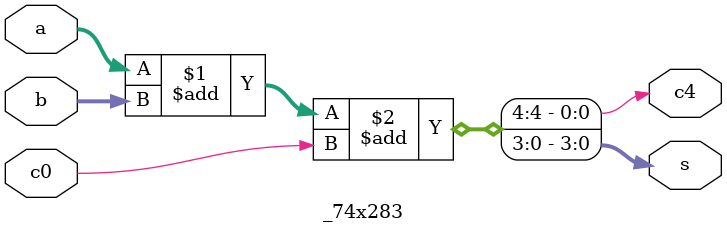
<source format=v>
module _74x283(
    input [3:0] a,  // Operand A Inputs
    input [3:0] b,  // Operand B Inputs
    input c0,       // Carry Input
    output [3:0] s, // Sum Outputs
    output c4       // Carry Output
);

    assign {c4, s} = a + b + c0;

endmodule
</source>
